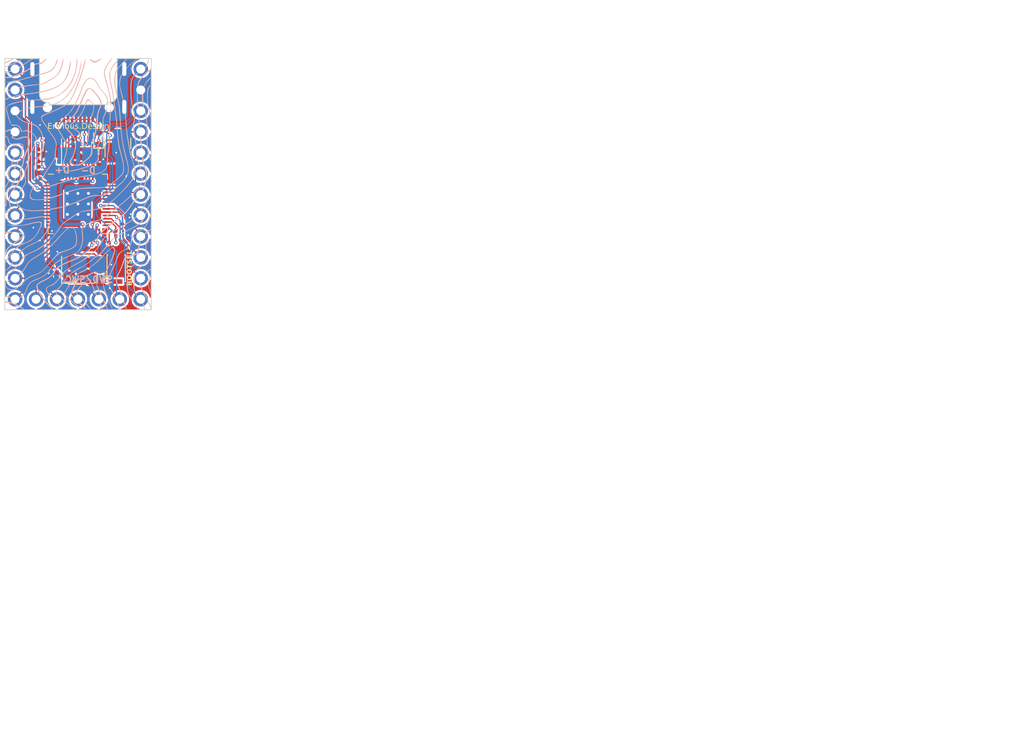
<source format=kicad_pcb>
(kicad_pcb (version 20221018) (generator pcbnew)
  (title_block (title "Env Open Pico") (date "2021-09-14") (rev "REV1") (company "Envious.Design"))
  (layers (0 "F.Cu" signal) (31 "B.Cu" signal) (34 "B.Paste" user) (35 "F.Paste" user) (36 "B.SilkS" user "B.Silkscreen") (37 "F.SilkS" user "F.Silkscreen") (38 "B.Mask" user) (39 "F.Mask" user) (44 "Edge.Cuts" user))
  (net 0 "")
  (net 1 "GND")
  (net 2 "VBUS")
  (net 3 "+1V1")
  (net 4 "/~{USB_BOOT}")
  (net 5 "/GPIO15")
  (net 6 "/GPIO14")
  (net 7 "/GPIO13")
  (net 8 "/GPIO12")
  (net 9 "/GPIO10")
  (net 10 "/GPIO9")
  (net 11 "/GPIO8")
  (net 12 "/GPIO7")
  (net 13 "/GPIO6")
  (net 14 "/GPIO5")
  (net 15 "/GPIO4")
  (net 16 "/GPIO3")
  (net 17 "/GPIO2")
  (net 18 "/GPIO1")
  (net 19 "/GPIO0")
  (net 20 "/GPIO25")
  (net 21 "/GPIO22")
  (net 22 "/GPIO21")
  (net 23 "/GPIO20")
  (net 24 "/GPIO19")
  (net 25 "/GPIO18")
  (net 26 "/GPIO17")
  (net 27 "/GPIO16")
  (net 28 "/RUN")
  (net 29 "/SWD")
  (net 30 "/SWCLK")
  (net 31 "/QSPI_SS")
  (net 32 "Net-(U3-XIN)")
  (net 33 "Net-(GPIO25_LED1-A)")
  (net 34 "/QSPI_SD3")
  (net 35 "/QSPI_SCLK")
  (net 36 "/QSPI_SD0")
  (net 37 "/QSPI_SD2")
  (net 38 "/QSPI_SD1")
  (net 39 "Net-(U3-USB_DP)")
  (net 40 "Net-(U3-USB_DM)")
  (net 41 "USB_D+")
  (net 42 "USB_D-")
  (net 43 "+3V3")
  (net 44 "Net-(C2-Pad1)")
  (net 45 "Net-(USB1-CC1)")
  (net 46 "/GPIO23")
  (net 47 "/GPIO11")
  (net 48 "/GPIO29_ADC3")
  (net 49 "/GPIO28_ADC2")
  (net 50 "/GPIO27_ADC1")
  (net 51 "/GPIO26_ADC0")
  (net 52 "/GPIO24")
  (net 53 "Net-(USB1-CC2)")
  (net 54 "Net-(U3-XOUT)")
  (net 55 "VSYS")
  (footprint "RP2040_minimal:RP2040-QFN-56" (layer "F.Cu") (at 39.7 43.675)
    (fp_text reference "U3")
    (fp_text value "RP2040")
  )
  (footprint "Keebio-Parts:Elite-C" (layer "F.Cu") (at 39.7 41.275 -90)
    (fp_text reference "U2" hide)
    (fp_text value "Elite-C" hide)
  )
  (footprint "josh-connectors:USB_C_TYPE-C-31-M-14" (layer "F.Cu") (at 39.75 30.325 180)
    (fp_text reference "USB1")
    (fp_text value "TYPE-C-31-M-14")
    (fp_line (start -4.70304 4.296872) (end -4.70304 -0.103128) (stroke (width 0.1)) (layer "Edge.Cuts"))
    (fp_line (start -3.2 -1.3) (end 3.2 -1.3) (stroke (width 0.1)) (layer "Edge.Cuts"))
    (fp_line (start 4.70304 4.296872) (end 4.70304 -0.103128) (stroke (width 0.1)) (layer "Edge.Cuts"))
    (fp_arc (start -4.70304 -0.103128) (mid -4.439436 -0.739524) (end -3.80304 -1.003128) (stroke (width 0.1)) (layer "Edge.Cuts"))
    (fp_arc (start -3.532782 -1.121938) (mid -3.657195 -1.038158) (end -3.80304 -1.003128) (stroke (width 0.1)) (layer "Edge.Cuts"))
    (fp_arc (start -3.532782 -1.121938) (mid -3.388713 -1.252687) (end -3.2 -1.3) (stroke (width 0.1)) (layer "Edge.Cuts"))
    (fp_arc (start 3.2 -1.3) (mid 3.388713 -1.252686) (end 3.532782 -1.121938) (stroke (width 0.1)) (layer "Edge.Cuts"))
    (fp_arc (start 3.80304 -1.003128) (mid 3.657198 -1.03816) (end 3.532782 -1.121938) (stroke (width 0.1)) (layer "Edge.Cuts"))
    (fp_arc (start 3.80304 -1.003128) (mid 4.439435 -0.739524) (end 4.70304 -0.103128) (stroke (width 0.1)) (layer "Edge.Cuts"))
  )
  (footprint "Capacitor_SMD:C_0201_0603Metric" (layer "F.Cu") (at 34.375 45.22 -90)
    (fp_text reference "C8")
    (fp_text value "100nf 0201")
  )
  (footprint "Resistor_SMD:R_0201_0603Metric" (layer "F.Cu") (at 44.6 43.175 180)
    (fp_text reference "GPIO25_RESISTOR1")
    (fp_text value "1K 0201")
  )
  (footprint "Resistor_SMD:R_0201_0603Metric" (layer "F.Cu") (at 43.175 48.375 180)
    (fp_text reference "R102")
    (fp_text value "10k 0201")
  )
  (footprint "Package_TO_SOT_SMD:SOT-23" (layer "F.Cu") (at 44.55 36.325 90)
    (fp_text reference "U1")
    (fp_text value "ZL6201A33S3")
  )
  (footprint "Capacitor_SMD:C_0201_0603Metric" (layer "F.Cu") (at 43.125 38.85 90)
    (fp_text reference "C4")
    (fp_text value "1uf 0201")
  )
  (footprint "Crystal:Crystal_SMD_3225-4Pin_3.2x2.5mm" (layer "F.Cu") (at 39.725 51.65)
    (fp_text reference "Y1")
    (fp_text value "3225-4P 12MHz")
  )
  (footprint "Capacitor_SMD:C_0201_0603Metric" (layer "F.Cu") (at 42.2 37.41)
    (fp_text reference "C1")
    (fp_text value "1uf 0201")
  )
  (footprint "Capacitor_SMD:C_0201_0603Metric" (layer "F.Cu") (at 41.53 38.66 90)
    (fp_text reference "C3")
    (fp_text value "1uf 0201")
  )
  (footprint "Capacitor_SMD:C_0201_0603Metric" (layer "F.Cu") (at 44.6 40.175)
    (fp_text reference "C16")
    (fp_text value "100nf 0201")
  )
  (footprint "Resistor_SMD:R_0201_0603Metric" (layer "F.Cu") (at 40.8 36.73 -90)
    (fp_text reference "R4")
    (fp_text value "27r 0201")
  )
  (footprint "Capacitor_SMD:C_0201_0603Metric" (layer "F.Cu") (at 40.6 48.675 -90)
    (fp_text reference "C7")
    (fp_text value "100nf 0201")
  )
  (footprint "Capacitor_SMD:C_0201_0603Metric" (layer "F.Cu") (at 45.325 46.35 -45)
    (fp_text reference "C11")
    (fp_text value "100nf 0201")
  )
  (footprint "Capacitor_SMD:C_0201_0603Metric" (layer "F.Cu") (at 39.825 48.6 -90)
    (fp_text reference "C18")
    (fp_text value "100nf 0201")
  )
  (footprint "Capacitor_SMD:C_0402_1005Metric" (layer "F.Cu") (at 42.4 52.325 -90)
    (fp_text reference "C2")
    (fp_text value "22pF 0402")
  )
  (footprint "Capacitor_SMD:C_0201_0603Metric" (layer "F.Cu") (at 34.925 38.85 90)
    (fp_text reference "R2")
    (fp_text value "10K 0201")
  )
  (footprint "Resistor_SMD:R_0201_0603Metric" (layer "F.Cu") (at 40.04 36.73 -90)
    (fp_text reference "R3")
    (fp_text value "27r 0201")
  )
  (footprint "Resistor_SMD:R_0201_0603Metric" (layer "F.Cu") (at 39.16 35.26 90)
    (fp_text reference "R6")
    (fp_text value "5.1K 0201")
  )
  (footprint "Capacitor_SMD:C_0201_0603Metric" (layer "F.Cu") (at 42.25 50.625 90)
    (fp_text reference "R7")
    (fp_text value "1K 0201")
  )
  (footprint "Capacitor_SMD:C_0201_0603Metric" (layer "F.Cu") (at 40.06 38.475 90)
    (fp_text reference "C13")
    (fp_text value "100nf 0201")
  )
  (footprint "Diode_SMD:D_SOD-523" (layer "F.Cu") (at 42.21 35.76 90)
    (fp_text reference "D1")
    (fp_text value "SOD-523 General")
  )
  (footprint "Capacitor_SMD:C_0201_0603Metric" (layer "F.Cu") (at 35.125 40.275 90)
    (fp_text reference "C15")
    (fp_text value "100nf 0201")
  )
  (footprint "Package_SON:SON-8-1EP_3x2mm_P0.5mm_EP1.4x1.6mm" (layer "F.Cu") (at 36.6 37.25 90)
    (fp_text reference "FLASH1")
    (fp_text value "W25Q16JVUXIQ")
  )
  (footprint "LED_SMD:LED_0201_0603Metric" (layer "F.Cu") (at 45.475 44.3 135)
    (fp_text reference "GPIO25_LED1")
    (fp_text value "LED 0201")
  )
  (footprint "Capacitor_SMD:C_0402_1005Metric" (layer "F.Cu") (at 37.1 52.475 -90)
    (fp_text reference "C19")
    (fp_text value "22pf 0402")
  )
  (footprint "Resistor_SMD:R_0201_0603Metric" (layer "F.Cu") (at 44.3 47.275 90)
    (fp_text reference "R101")
    (fp_text value "5.6k 0201")
  )
  (footprint "Resistor_SMD:R_0201_0603Metric" (layer "F.Cu") (at 41.043 35.235 90)
    (fp_text reference "R5")
    (fp_text value "5.1K 0201")
  )
  (footprint "Capacitor_SMD:C_0201_0603Metric" (layer "F.Cu") (at 34.927 37.388685 90)
    (fp_text reference "R1")
    (fp_text value "1K 0201")
  )
  (footprint "Button_Switch_SMD:SW_SPST_CK_KXT3" (layer "F.Cu") (at 44.35 51.475 90)
    (fp_text reference "J2")
    (fp_text value "Button")
  )
  (footprint "Capacitor_SMD:C_0201_0603Metric" (layer "F.Cu") (at 39.275 38.35 90)
    (fp_text reference "C6")
    (fp_text value "100nf 0201")
  )
  (footprint "Capacitor_SMD:C_0201_0603Metric" (layer "F.Cu") (at 44.6 40.95)
    (fp_text reference "C14")
    (fp_text value "100nf 0201")
  )
  (footprint "Capacitor_SMD:C_0201_0603Metric" (layer "F.Cu") (at 42.32 38.58 90)
    (fp_text reference "C10")
    (fp_text value "1uf 0201")
  )
  (footprint "Capacitor_SMD:C_0201_0603Metric" (layer "F.Cu") (at 35.593 35.027)
    (fp_text reference "C5")
    (fp_text value "100nf 0201")
  )
  (footprint "EnvExtras:CustomTestPoint" (layer "B.Cu") (at 39.775 51.025)
    (fp_text reference "TP101")
    (fp_text value "TestPoint")
  )
  (footprint "EnvExtras:CustomTestPoint" (layer "B.Cu") (at 41.225 37.8 90)
    (fp_text reference "TP2")
    (fp_text value "TestPoint")
  )
  (footprint "EnvExtras:CustomTestPoint" (layer "B.Cu") (at 42.125 51.025)
    (fp_text reference "TP103")
    (fp_text value "TestPoint")
  )
  (footprint "EnvExtras:CustomTestPoint" (layer "B.Cu") (at 38.225 37.8 90)
    (fp_text reference "TP1")
    (fp_text value "TestPoint")
  )
  (footprint "EnvExtras:pattern" (layer "B.Cu") (at 39.7 41.275 180)
    (fp_text reference "G***")
    (fp_text value "LOGO" hide)
  )
  (gr_line (start 48.6 56.525) (end 30.825 56.525) (stroke (width 0.1)) (layer "Edge.Cuts"))
  (gr_line (start 44.45304 26.028128) (end 48.6 26.025) (stroke (width 0.1)) (layer "Edge.Cuts"))
  (gr_line (start 30.825 56.525) (end 30.825 26.025) (stroke (width 0.1)) (layer "Edge.Cuts"))
  (gr_line (start 30.825 26.025) (end 35.04696 26.028128) (stroke (width 0.1)) (layer "Edge.Cuts"))
  (gr_line (start 48.6 26.025) (end 48.6 56.525) (stroke (width 0.1)) (layer "Edge.Cuts"))
  (gr_text "SWD/SWC" (at 41.05 52.85) (layer "B.SilkS") (effects (font (size 0.8 0.8) (thickness 0.153)) (justify mirror)))
  (gr_text "D+" (at 37.8 39.55) (layer "B.SilkS") (effects (font (size 0.8 0.8) (thickness 0.153)) (justify mirror)))
  (gr_text "D-" (at 40.95 39.6) (layer "B.SilkS") (effects (font (size 0.8 0.8) (thickness 0.153)) (justify mirror)))
  (gr_text "BOOTSEL" (at 45.975 51.45 90) (layer "F.SilkS") (effects (font (size 0.6 0.6) (thickness 0.15) bold)))
  (gr_text "Envious.Design" (at 39.75 34.275) (layer "F.SilkS") (effects (font (size 0.7 0.7) (thickness 0.1))))
  (segment (start 39.630005 37.674995) (end 39.275 38.03) (width 0.15) (layer "F.Cu") (net 1))
  (segment (start 41.723137 38.26) (end 42.32 38.26) (width 0.15) (layer "F.Cu") (net 1))
  (segment (start 43.77 37.495) (end 43.7375 37.4625) (width 0.15) (layer "F.Cu") (net 1))
  (segment (start 37.569974 49.475) (end 38.7 48.344974) (width 0.15) (layer "F.Cu") (net 1))
  (segment (start 43.7375 37.4625) (end 44.3375 37.4625) (width 0.15) (layer "F.Cu") (net 1))
  (segment (start 39.741825 37.674995) (end 39.630005 37.674995) (width 0.15) (layer "F.Cu") (net 1))
  (segment (start 44.3375 37.4625) (end 44.35 37.45) (width 0.15) (layer "F.Cu") (net 1))
  (segment (start 45.701274 45.076274) (end 45.95 45.325) (width 0.15) (layer "F.Cu") (net 1))
  (segment (start 42.79 38.26) (end 42.855 38.26) (width 0.15) (layer "F.Cu") (net 1))
  (segment (start 43.6 37.2625) (end 43.7375 37.4) (width 0.15) (layer "F.Cu") (net 1))
  (segment (start 43.125 38.53) (end 43.6 38.055) (width 0.15) (layer "F.Cu") (net 1))
  (segment (start 43.7375 37.4) (end 43.7375 37.4625) (width 0.15) (layer "F.Cu") (net 1))
  (segment (start 37.2 49.475) (end 37.569974 49.475) (width 0.15) (layer "F.Cu") (net 1))
  (segment (start 42.52 37.41) (end 42.52 37.777158) (width 0.15) (layer "F.Cu") (net 1))
  (segment (start 42.32 38.26) (end 42.79 38.26) (width 0.15) (layer "F.Cu") (net 1))
  (segment (start 41.425 36.25) (end 41.425 35.937) (width 0.15) (layer "F.Cu") (net 1))
  (segment (start 39.275 38.03) (end 39.12346 37.87846) (width 0.15) (layer "F.Cu") (net 1))
  (segment (start 38.7 48.344974) (end 38.7 47.1125) (width 0.15) (layer "F.Cu") (net 1))
  (segment (start 43.6 38.055) (end 43.6 37.2625) (width 0.15) (layer "F.Cu") (net 1))
  (segment (start 42.855 38.26) (end 43.125 38.53) (width 0.15) (layer "F.Cu") (net 1))
  (segment (start 39.12346 37.87846) (end 39.12346 36.375137) (width 0.15) (layer "F.Cu") (net 1))
  (segment (start 37.35 38.5375) (end 37.35 38) (width 0.15) (layer "F.Cu") (net 1))
  (segment (start 45.701274 44.526274) (end 45.701274 45.076274) (width 0.15) (layer "F.Cu") (net 1))
  (via (at 36.55 46.95) (size 0.4) (drill 0.2) (layers "F.Cu" "B.Cu") (net 1))
  (via (at 37.2 49.475) (size 0.4) (drill 0.2) (layers "F.Cu" "B.Cu") (net 1))
  (via (at 35.1 48.1) (size 0.4) (drill 0.2) (layers "F.Cu" "B.Cu") (net 1))
  (via (at 42.79 38.26) (size 0.4) (drill 0.2) (layers "F.Cu" "B.Cu") (net 1))
  (via (at 43.55 53.9) (size 0.4) (drill 0.2) (layers "F.Cu" "B.Cu") (net 1))
  (via (at 36.175 52.1) (size 0.4) (drill 0.2) (layers "F.Cu" "B.Cu") (net 1))
  (via (at 35.875 37.325) (size 0.4) (drill 0.2) (layers "F.Cu" "B.Cu") (net 1))
  (via (at 34.475 40.625) (size 0.4) (drill 0.2) (layers "F.Cu" "B.Cu") (net 1))
  (via (at 44.35 37.45) (size 0.4) (drill 0.2) (layers "F.Cu" "B.Cu") (net 1))
  (via (at 34.3 46.55) (size 0.4) (drill 0.2) (layers "F.Cu" "B.Cu") (net 1))
  (via (at 43.75 51.05) (size 0.4) (drill 0.2) (layers "F.Cu" "B.Cu") (net 1))
  (via (at 45.563513 40.3) (size 0.4) (drill 0.2) (layers "F.Cu" "B.Cu") (net 1))
  (via (at 45.8 47.45) (size 0.4) (drill 0.2) (layers "F.Cu" "B.Cu") (net 1))
  (via (at 45.95 45.325) (size 0.4) (drill 0.2) (layers "F.Cu" "B.Cu") (net 1))
  (via (at 39.349 36.193) (size 0.4) (drill 0.2) (layers "F.Cu" "B.Cu") (net 1))
  (via (at 35.1 34.1) (size 0.4) (drill 0.2) (layers "F.Cu" "B.Cu") (net 1))
  (via (at 41.425 36.25) (size 0.4) (drill 0.2) (layers "F.Cu" "B.Cu") (net 1))
  (arc (start 37.35 38) (mid 37.13033 37.46967) (end 36.6 37.25) (width 0.15) (layer "F.Cu") (net 1))
  (arc (start 41.53 38.34) (mid 41.618612 38.280791) (end 41.723137 38.26) (width 0.15) (layer "F.Cu") (net 1))
  (arc (start 40.06 38.155) (mid 39.97287 37.86777) (end 39.741825 37.674995) (width 0.15) (layer "F.Cu") (net 1))
  (arc (start 41.425 35.937) (mid 41.313115 35.666885) (end 41.043 35.555) (width 0.15) (layer "F.Cu") (net 1))
  (arc (start 39.12346 36.375137) (mid 39.204993 36.244527) (end 39.349 36.193) (width 0.15) (layer "F.Cu") (net 1))
  (arc (start 42.52 37.777158) (mid 42.468021 38.03847) (end 42.32 38.26) (width 0.15) (layer "F.Cu") (net 1))
  (segment (start 43.204569 34.929569) (end 42.319342 34.929569) (width 0.15) (layer "F.Cu") (net 2))
  (segment (start 37.3 34.16) (end 37.3 33.185) (width 0.15) (layer "F.Cu") (net 2))
  (segment (start 42.21 34.18) (end 42.21 33.195) (width 0.15) (layer "F.Cu") (net 2))
  (segment (start 42.21 35.06) (end 42.21 34.18) (width 0.15) (layer "F.Cu") (net 2))
  (segment (start 42.21 34.18) (end 42.19 34.16) (width 0.15) (layer "F.Cu") (net 2))
  (segment (start 43.6245 35.3495) (end 43.204569 34.929569) (width 0.15) (layer "F.Cu") (net 2))
  (segment (start 44.3 47.595) (end 44.3 48.375) (width 0.15) (layer "F.Cu") (net 2))
  (segment (start 42.2 33.185) (end 42.2 35.05) (width 0.15) (layer "F.Cu") (net 2))
  (via (at 37.3 34.16) (size 0.4) (drill 0.2) (layers "F.Cu" "B.Cu") (net 2))
  (via (at 42.19 34.16) (size 0.4) (drill 0.2) (layers "F.Cu" "B.Cu") (net 2))
  (via (at 43.6245 35.3495) (size 0.4) (drill 0.2) (layers "F.Cu" "B.Cu") (net 2))
  (via (at 44.3 48.375) (size 0.4) (drill 0.2) (layers "F.Cu" "B.Cu") (net 2))
  (arc (start 42.319342 34.929569) (mid 42.241147 34.975572) (end 42.21 35.06) (width 0.15) (layer "F.Cu") (net 2))
  (segment (start 38.065 33.425) (end 37.33 34.16) (width 0.15) (layer "B.Cu") (net 2))
  (segment (start 43.6245 35.3495) (end 43.5 35.474) (width 0.15) (layer "B.Cu") (net 2))
  (segment (start 41.94 43.731201) (end 41.94 45.04) (width 0.15) (layer "B.Cu") (net 2))
  (segment (start 43.5 37.8) (end 43.905 38.205) (width 0.15) (layer "B.Cu") (net 2))
  (segment (start 42.19 34.16) (end 41.455 33.425) (width 0.15) (layer "B.Cu") (net 2))
  (segment (start 43.905 41.766201) (end 41.94 43.731201) (width 0.15) (layer "B.Cu") (net 2))
  (segment (start 41.94 45.04) (end 44.3 47.4) (width 0.15) (layer "B.Cu") (net 2))
  (segment (start 43.5 35.474) (end 43.5 37.8) (width 0.15) (layer "B.Cu") (net 2))
  (segment (start 43.905 38.205) (end 43.905 41.766201) (width 0.15) (layer "B.Cu") (net 2))
  (segment (start 41.455 33.425) (end 38.065 33.425) (width 0.15) (layer "B.Cu") (net 2))
  (segment (start 37.33 34.16) (end 37.3 34.19) (width 0.15) (layer "B.Cu") (net 2))
  (segment (start 44.3 47.4) (end 44.3 48.375) (width 0.15) (layer "B.Cu") (net 2))
  (segment (start 37.3 34.19) (end 37.3 34.16) (width 0.15) (layer "B.Cu") (net 2))
  (segment (start 40.3 48.055) (end 40.3 47.1125) (width 0.15) (layer "F.Cu") (net 3))
  (segment (start 39.5 40.2375) (end 39.5 40.907047) (width 0.15) (layer "F.Cu") (net 3))
  (segment (start 39.5 39.245104) (end 39.275 39.020104) (width 0.15) (layer "F.Cu") (net 3))
  (segment (start 40.294 46.138) (end 40.3 46.144) (width 0.15) (layer "F.Cu") (net 3))
  (segment (start 41.5 40.2375) (end 41.5 39.01) (width 0.15) (layer "F.Cu") (net 3))
  (segment (start 40.3 46.144) (end 40.3 47.1125) (width 0.15) (layer "F.Cu") (net 3))
  (segment (start 41.5 40.2375) (end 41.5 40.94) (width 0.15) (layer "F.Cu") (net 3))
  (segment (start 41.5 40.2375) (end 41.5 40.907047) (width 0.15) (layer "F.Cu") (net 3))
  (segment (start 39.275 39.020104) (end 39.275 38.67) (width 0.15) (layer "F.Cu") (net 3))
  (segment (start 40.6 48.355) (end 40.3 48.055) (width 0.15) (layer "F.Cu") (net 3))
  (segment (start 39.5 40.2375) (end 39.5 39.245104) (width 0.15) (layer "F.Cu") (net 3))
  (via (at 40.294 46.138) (size 0.4) (drill 0.2) (layers "F.Cu" "B.Cu") (net 3))
  (via (at 39.5 40.907047) (size 0.4) (drill 0.2) (layers "F.Cu" "B.Cu") (net 3))
  (via (at 41.5 40.907047) (size 0.4) (drill 0.2) (layers "F.Cu" "B.Cu") (net 3))
  (segment (start 37.6 41.8) (end 37.6 45.326) (width 0.4) (layer "B.Cu") (net 3))
  (segment (start 38.412 46.138) (end 40.294 46.138) (width 0.4) (layer "B.Cu") (net 3))
  (segment (start 39.5 40.907047) (end 38.492953 40.907047) (width 0.4) (layer "B.Cu") (net 3))
  (segment (start 41.5 40.907047) (end 39.5 40.907047) (width 0.4) (layer "B.Cu") (net 3))
  (arc (start 37.6 45.326) (mid 37.837829 45.900171) (end 38.412 46.138) (width 0.4) (layer "B.Cu") (net 3))
  (arc (start 38.492953 40.907047) (mid 37.86154 41.168587) (end 37.6 41.8) (width 0.4) (layer "B.Cu") (net 3))
  (segment (start 34.927 37.068685) (end 34.927 36.402) (width 0.15) (layer "F.Cu") (net 4))
  (segment (start 44.26 53.01) (end 44.35 53.1) (width 0.15) (layer "F.Cu") (net 4))
  (segment (start 34.927 36.402) (end 34.85 36.325) (width 0.15) (layer "F.Cu") (net 4))
  (segment (start 43.2 53.01) (end 44.26 53.01) (width 0.15) (layer "F.Cu") (net 4))
  (via (at 43.2 53.01) (size 0.4) (drill 0.2) (layers "F.Cu" "B.Cu") (net 4))
  (via (at 34.85 36.325) (size 0.4) (drill 0.2) (layers "F.Cu" "B.Cu") (net 4))
  (segment (start 38.25 52.85) (end 36.407107 51.007107) (width 0.15) (layer "B.Cu") (net 4))
  (segment (start 35.95 49.903554) (end 35.95 41.749264) (width 0.15) (layer "B.Cu") (net 4))
  (segment (start 34.725 39.622703) (end 34.725 36.45) (width 0.15) (layer "B.Cu") (net 4))
  (segment (start 34.725 36.45) (end 34.85 36.325) (width 0.15) (layer "B.Cu") (net 4))
  (segment (start 35.65 41.025) (end 35.0625 40.4375) (width 0.15) (layer "B.Cu") (net 4))
  (segment (start 42.585786 53.325) (end 39.396751 53.325) (width 0.15) (layer "B.Cu") (net 4))
  (segment (start 43.2 53.067852) (end 43.058489 53.209363) (width 0.15) (layer "B.Cu") (net 4))
  (segment (start 43.2 53.01) (end 43.2 53.067852) (width 0.15) (layer "B.Cu") (net 4))
  (arc (start 35.0625 40.4375) (mid 34.812713 40.063668) (end 34.725 39.622703) (width 0.15) (layer "B.Cu") (net 4))
  (arc (start 43.058489 53.209363) (mid 42.828768 53.295034) (end 42.585786 53.325) (width 0.15) (layer "B.Cu") (net 4))
  (arc (start 39.396751 53.325) (mid 38.776134 53.201552) (end 38.25 52.85) (width 0.15) (layer "B.Cu") (net 4))
  (arc (start 36.407107 51.007107) (mid 36.068798 50.500792) (end 35.95 49.903554) (width 0.15) (layer "B.Cu") (net 4))
  (arc (start 35.95 41.749264) (mid 35.872033 41.357295) (end 35.65 41.025) (width 0.15) (layer "B.Cu") (net 4))
  (segment (start 38.3 48.25) (end 38.3 47.1125) (width 0.15) (layer "F.Cu") (net 5))
  (segment (start 40.57 53.575) (end 36.448528 53.575) (width 0.15) (layer "F.Cu") (net 5))
  (segment (start 42.24 55.245) (end 40.57 53.575) (width 0.15) (layer "F.Cu") (net 5))
  (segment (start 36.448528 53.575) (end 35.525 52.651472) (width 0.15) (layer "F.Cu") (net 5))
  (segment (start 37.875 48.675) (end 38.3 48.25) (width 0.15) (layer "F.Cu") (net 5))
  (segment (start 35.525 50.375) (end 37.225 48.675) (width 0.15) (layer "F.Cu") (net 5))
  (segment (start 35.525 52.651472) (end 35.525 50.375) (width 0.15) (layer "F.Cu") (net 5))
  (segment (start 37.225 48.675) (end 37.875 48.675) (width 0.15) (layer "F.Cu") (net 5))
  (segment (start 35.225 52.775736) (end 35.225 50.109315) (width 0.15) (layer "F.Cu") (net 6))
  (segment (start 38.33 53.875) (end 36.324264 53.875) (width 0.15) (layer "F.Cu") (net 6))
  (segment (start 39.7 55.245) (end 38.33 53.875) (width 0.15) (layer "F.Cu") (net 6))
  (segment (start 37.9 48.084314) (end 37.9 47.1125) (width 0.15) (layer "F.Cu") (net 6))
  (segment (start 36.324264 53.875) (end 35.225 52.775736) (width 0.15) (layer "F.Cu") (net 6))
  (segment (start 37.709314 48.275) (end 37.9 48.084314) (width 0.15) (layer "F.Cu") (net 6))
  (segment (start 35.225 50.109315) (end 37.059315 48.275) (width 0.15) (layer "F.Cu") (net 6))
  (segment (start 37.059315 48.275) (end 37.709314 48.275) (width 0.15) (layer "F.Cu") (net 6))
  (segment (start 37.16 55.135) (end 34.925 52.9) (width 0.15) (layer "F.Cu") (net 7))
  (segment (start 37.16 55.245) (end 37.16 55.135) (width 0.15) (layer "F.Cu") (net 7))
  (segment (start 34.925 52.9) (end 34.925 49.84363) (width 0.15) (layer "F.Cu") (net 7))
  (segment (start 36.89363 47.875) (end 37.4 47.875) (width 0.15) (layer "F.Cu") (net 7))
  (segment (start 37.4 47.875) (end 37.5 47.775) (width 0.15) (layer "F.Cu") (net 7))
  (segment (start 34.925 49.84363) (end 36.89363 47.875) (width 0.15) (layer "F.Cu") (net 7))
  (segment (start 37.5 47.775) (end 37.5 47.1125) (width 0.15) (layer "F.Cu") (net 7))
  (segment (start 34.625 49.577944) (end 37.090444 47.1125) (width 0.15) (layer "F.Cu") (net 8))
  (segment (start 34.625 55.24) (end 34.625 49.577944) (width 0.15) (layer "F.Cu") (net 8))
  (segment (start 34.62 55.245) (end 34.625 55.24) (width 0.15) (layer "F.Cu") (net 8))
  (segment (start 35.2 45.85) (end 35.575 45.475) (width 0.15) (layer "F.Cu") (net 10))
  (segment (start 35.2 47.074264) (end 35.2 45.85) (width 0.15) (layer "F.Cu") (net 10))
  (segment (start 34.325 53) (end 34.325 47.949264) (width 0.15) (layer "F.Cu") (net 10))
  (segment (start 35.575 45.475) (end 36.2625 45.475) (width 0.15) (layer "F.Cu") (net 10))
  (segment (start 32.08 55.245) (end 34.325 53) (width 0.15) (layer "F.Cu") (net 10))
  (segment (start 34.325 47.949264) (end 35.2 47.074264) (width 0.15) (layer "F.Cu") (net 10))
  (segment (start 34.8 47.05) (end 34.8 45.584314) (width 0.15) (layer "F.Cu") (net 11))
  (segment (start 32.08 52.705) (end 33.53 52.705) (width 0.15) (layer "F.Cu") (net 11))
  (segment (start 35.309314 45.075) (end 36.2625 45.075) (width 0.15) (layer "F.Cu") (net 11))
  (segment (start 34.025 47.825) (end 34.8 47.05) (width 0.15) (layer "F.Cu") (net 11))
  (segment (start 33.53 52.705) (end 34.025 52.21) (width 0.15) (layer "F.Cu") (net 11))
  (segment (start 34.8 45.584314) (end 35.309314 45.075) (width 0.15) (layer "F.Cu") (net 11))
  (segment (start 34.025 52.21) (end 34.025 47.825) (width 0.15) (layer "F.Cu") (net 11))
  (segment (start 33.375 48.87) (end 33.375 46.340686) (width 0.15) (layer "F.Cu") (net 12))
  (segment (start 33.8 44.490686) (end 34.015686 44.275) (width 0.15) (layer "F.Cu") (net 12))
  (segment (start 33.375 46.340686) (end 33.8 45.915686) (width 0.15) (layer "F.Cu") (net 12))
  (segment (start 34.015686 44.275) (end 36.2625 44.275) (width 0.15) (layer "F.Cu") (net 12))
  (segment (start 32.08 50.165) (end 33.375 48.87) (width 0.15) (layer "F.Cu") (net 12))
  (segment (start 33.8 45.915686) (end 33.8 44.490686) (width 0.15) (layer "F.Cu") (net 12))
  (segment (start 33.4 44.325) (end 33.85 43.875) (width 0.15) (layer "F.Cu") (net 13))
  (segment (start 33.4 45.75) (end 33.4 44.325) (width 0.15) (layer "F.Cu") (net 13))
  (segment (start 32.08 47.07) (end 33.4 45.75) (width 0.15) (layer "F.Cu") (net 13))
  (segment (start 33.85 43.875) (end 36.2625 43.875) (width 0.15) (layer "F.Cu") (net 13))
  (segment (start 33.15 43.475) (end 36.2625 43.475) (width 0.15) (layer "F.Cu") (net 14))
  (segment (start 32.08 44.545) (end 33.15 43.475) (width 0.15) (layer "F.Cu") (net 14))
  (segment (start 36.2625 43.075) (end 32.61 43.075) (width 0.15) (layer "F.Cu") (net 15))
  (segment (start 36.2625 42.675) (end 34.425 42.675) (width 0.15) (layer "F.Cu") (net 16))
  (segment (start 34.425 42.675) (end 32.08 40.33) (width 0.15) (layer "F.Cu") (net 16))
  (segment (start 34.590686 42.275) (end 36.2625 42.275) (width 0.15) (layer "F.Cu") (net 17))
  (segment (start 33.55 41.234314) (end 34.590686 42.275) (width 0.15) (layer "F.Cu") (net 17))
  (segment (start 33.55 38.935) (end 33.55 41.234314) (width 0.15) (layer "F.Cu") (net 17))
  (segment (start 32.08 37.465) (end 33.55 38.935) (width 0.15) (layer "F.Cu") (net 17))
  (segment (start 36.2625 41.875) (end 34.897086 41.875) (width 0.15) (layer "F.Cu") (net 18))
  (segment (start 34.897086 41.875) (end 34.786043 41.763957) (width 0.15) (layer "F.Cu") (net 18))
  (via (at 34.786043 41.763957) (size 0.4) (drill 0.2) (layers "F.Cu" "B.Cu") (net 18))
  (segment (start 33.8 40.777914) (end 33.8 33.85) (width 0.15) (layer "B.Cu") (net 18))
  (segment (start 34.786043 41.763957) (end 33.8 40.777914) (width 0.15) (layer "B.Cu") (net 18))
  (segment (start 33.325 33.375) (end 33.325 31.09) (width 0.15) (layer "B.Cu") (net 18))
  (segment (start 33.8 33.85) (end 33.325 33.375) (width 0.15) (layer "B.Cu") (net 18))
  (segment (start 33.325 31.09) (end 32.08 29.845) (width 0.15) (layer "B.Cu") (net 18))
  (segment (start 36.2625 41.475) (end 35.126412 41.475) (width 0.15) (layer "F.Cu") (net 19))
  (segment (start 34.876412 41.225) (end 34.25 41.225) (width 0.15) (layer "F.Cu") (net 19))
  (segment (start 35.126412 41.475) (end 34.876412 41.225) (width 0.15) (layer "F.Cu") (net 19))
  (segment (start 33.95 40.925) (end 33.95 33.6) (width 0.15) (layer "F.Cu") (net 19))
  (segment (start 33.35 33) (end 33.35 28.575) (width 0.15) (layer "F.Cu") (net 19))
  (segment (start 33.95 33.6) (end 33.35 33) (width 0.15) (layer "F.Cu") (net 19))
  (segment (start 33.35 28.575) (end 32.08 27.305) (width 0.15) (layer "F.Cu") (net 19))
  (segment (start 34.25 41.225) (end 33.95 40.925) (width 0.15) (layer "F.Cu") (net 19))
  (segment (start 43.1375 43.075) (end 44.18 43.075) (width 0.15) (layer "F.Cu") (net 20))
  (segment (start 45.398726 45.024462) (end 45.398726 45.423726) (width 0.15) (layer "F.Cu") (net 21))
  (segment (start 47.32 47.345) (end 47.32 47.625) (width 0.15) (layer "F.Cu") (net 21))
  (segment (start 43.1375 44.275) (end 44.649264 44.275) (width 0.15) (layer "F.Cu") (net 21))
  (segment (start 45.398726 45.423726) (end 47.32 47.345) (width 0.15) (layer "F.Cu") (net 21))
  (segment (start 44.649264 44.275) (end 45.398726 45.024462) (width 0.15) (layer "F.Cu") (net 21))
  (segment (start 44.2 45.075) (end 44.4 45.275) (width 0.15) (layer "F.Cu") (net 22))
  (segment (start 43.1375 45.075) (end 44.2 45.075) (width 0.15) (layer "F.Cu") (net 22))
  (via (at 44.4 45.275) (size 0.4) (drill 0.2) (layers "F.Cu" "B.Cu") (net 22))
  (segment (start 44.83 45.705) (end 44.83 47.955) (width 0.15) (layer "B.Cu") (net 22))
  (segment (start 44.83 47.955) (end 45.375 48.5) (width 0.15) (layer "B.Cu") (net 22))
  (segment (start 45.375 53.3) (end 47.32 55.245) (width 0.15) (layer "B.Cu") (net 22))
  (segment (start 45.375 48.5) (end 45.375 53.3) (width 0.15) (layer "B.Cu") (net 22))
  (segment (start 44.4 45.275) (end 44.83 45.705) (width 0.15) (layer "B.Cu") (net 22))
  (segment (start 43.1375 45.475) (end 43.743934 45.475) (width 0.15) (layer "F.Cu") (net 23))
  (segment (start 45.2 46.931066) (end 45.2 48.045) (width 0.15) (layer "F.Cu") (net 23))
  (segment (start 45.2 48.045) (end 47.32 50.165) (width 0.15) (layer "F.Cu") (net 23))
  (segment (start 43.743934 45.475) (end 45.2 46.931066) (width 0.15) (layer "F.Cu") (net 23))
  (segment (start 44.3 46.955) (end 43.795 46.955) (width 0.15) (layer "F.Cu") (net 24))
  (segment (start 44.3 46.45533) (end 44.3 46.955) (width 0.15) (layer "F.Cu") (net 24))
  (segment (start 43.795 46.955) (end 43.495 47.255) (width 0.15) (layer "F.Cu") (net 24))
  (segment (start 43.1375 45.875) (end 43.71967 45.875) (width 0.15) (layer "F.Cu") (net 24))
  (segment (start 43.495 47.255) (end 43.495 48.375) (width 0.15) (layer "F.Cu") (net 24))
  (segment (start 43.71967 45.875) (end 44.3 46.45533) (width 0.15) (layer "F.Cu") (net 24))
  (segment (start 41.9 46.402) (end 42.043 46.259) (width 0.15) (layer "F.Cu") (net 27))
  (segment (start 41.9 47.1125) (end 41.9 46.402) (width 0.15) (layer "F.Cu") (net 27))
  (via (at 42.043 46.259) (size 0.4) (drill 0.2) (layers "F.Cu" "B.Cu") (net 27))
  (segment (start 42.043 46.718) (end 43.2 47.875) (width 0.15) (layer "B.Cu") (net 27))
  (segment (start 42.043 46.259) (end 42.043 46.718) (width 0.15) (layer "B.Cu") (net 27))
  (segment (start 43.2 47.875) (end 43.2 48.275) (width 0.15) (layer "B.Cu") (net 27))
  (segment (start 44.38 49.455) (end 44.38 54.845) (width 0.15) (layer "B.Cu") (net 27))
  (segment (start 43.2 48.275) (end 44.38 49.455) (width 0.15) (layer "B.Cu") (net 27))
  (segment (start 41.447554 46.189375) (end 41.5 46.241821) (width 0.15) (layer "F.Cu") (net 28))
  (segment (start 41.5 46.241821) (end 41.5 47.1125) (width 0.15) (layer "F.Cu") (net 28))
  (via (at 41.447554 46.189375) (size 0.4) (drill 0.2) (layers "F.Cu" "B.Cu") (net 28))
  (segment (start 41.64 43.606937) (end 41.64 45.996929) (width 0.15) (layer "B.Cu") (net 28))
  (segment (start 43.605 41.641937) (end 41.64 43.606937) (width 0.15) (layer "B.Cu") (net 28))
  (segment (start 47.32 32.385) (end 45.4665 34.2385) (width 0.15) (layer "B.Cu") (net 28))
  (segment (start 43.2 34.951264) (end 43.2 38.05) (width 0.15) (layer "B.Cu") (net 28))
  (segment (start 41.64 45.996929) (end 41.447554 46.189375) (width 0.15) (layer "B.Cu") (net 28))
  (segment (start 43.605 38.455) (end 43.605 41.641937) (width 0.15) (layer "B.Cu") (net 28))
  (segment (start 45.4665 34.2385) (end 43.912764 34.2385) (width 0.15) (layer "B.Cu") (net 28))
  (segment (start 43.912764 34.2385) (end 43.2 34.951264) (width 0.15) (layer "B.Cu") (net 28))
  (segment (start 43.2 38.05) (end 43.605 38.455) (width 0.15) (layer "B.Cu") (net 28))
  (segment (start 41.1 47.655718) (end 41.1 47.1125) (width 0.15) (layer "F.Cu") (net 29))
  (segment (start 41.699764 48.255482) (end 41.1 47.655718) (width 0.15) (layer "F.Cu") (net 29))
  (segment (start 41.955482 48.255482) (end 41.699764 48.255482) (width 0.15) (layer "F.Cu") (net 29))
  (segment (start 42.075 48.375) (end 41.955482 48.255482) (width 0.15) (layer "F.Cu") (net 29))
  (via (at 42.075 48.375) (size 0.4) (drill 0.2) (layers "F.Cu" "B.Cu") (net 29))
  (segment (start 42.075 48.375) (end 42.125 48.425) (width 0.15) (layer "B.Cu") (net 29))
  (segment (start 42.125 48.425) (end 42.125 51.025) (width 0.15) (layer "B.Cu") (net 29))
  (segment (start 40.7 47.679982) (end 40.7 47.1125) (width 0.15) (layer "F.Cu") (net 30))
  (segment (start 41.4 48.379982) (end 40.7 47.679982) (width 0.15) (layer "F.Cu") (net 30))
  (segment (start 41.4 48.65) (end 41.4 48.379982) (width 0.15) (layer "F.Cu") (net 30))
  (via (at 41.4 48.65) (size 0.4) (drill 0.2) (layers "F.Cu" "B.Cu") (net 30))
  (segment (start 41.4 48.65) (end 39.775 50.275) (width 0.15) (layer "B.Cu") (net 30))
  (segment (start 39.775 50.275) (end 39.775 51.025) (width 0.15) (layer "B.Cu") (net 30))
  (segment (start 35.85 39.119974) (end 36.967526 40.2375) (width 0.15) (layer "F.Cu") (net 31))
  (segment (start 34.925 38.53) (end 35.8425 38.53) (width 0.15) (layer "F.Cu") (net 31))
  (segment (start 36.967526 40.2375) (end 37.1 40.2375) (width 0.15) (layer "F.Cu") (net 31))
  (segment (start 34.927 37.708685) (end 34.927 38.528) (width 0.15) (layer "F.Cu") (net 31))
  (segment (start 35.85 38.5375) (end 35.85 39.119974) (width 0.15) (layer "F.Cu") (net 31))
  (segment (start 39 48.469238) (end 37.1 50.369238) (width 0.15) (layer "F.Cu") (net 32))
  (segment (start 39.1 47.1125) (end 39.1 47.725) (width 0.15) (layer "F.Cu") (net 32))
  (segment (start 39 47.825) (end 39 48.469238) (width 0.15) (layer "F.Cu") (net 32))
  (segment (start 37.605 52.5) (end 37.1 51.995) (width 0.15) (layer "F.Cu") (net 32))
  (segment (start 39.1 47.725) (end 39 47.825) (width 0.15) (layer "F.Cu") (net 32))
  (segment (start 38.625 52.5) (end 37.605 52.5) (width 0.15) (layer "F.Cu") (net 32))
  (segment (start 37.1 50.369238) (end 37.1 51.995) (width 0.15) (layer "F.Cu") (net 32))
  (segment (start 44.92 43.745) (end 45.248726 44.073726) (width 0.15) (layer "F.Cu") (net 33))
  (segment (start 44.92 43.175) (end 44.92 43.745) (width 0.15) (layer "F.Cu") (net 33))
  (segment (start 38.588 35.638) (end 37.929 34.979) (width 0.15) (layer "F.Cu") (net 34))
  (segment (start 36.921 34.979) (end 36.35 35.55) (width 0.15) (layer "F.Cu") (net 34))
  (segment (start 36.35 35.55) (end 36.35 35.9625) (width 0.15) (layer "F.Cu") (net 34))
  (segment (start 37.929 34.979) (end 36.921 34.979) (width 0.15) (layer "F.Cu") (net 34))
  (segment (start 39.1 40.2375) (end 39.1 39.340078) (width 0.15) (layer "F.Cu") (net 34))
  (segment (start 38.588 38.828078) (end 38.588 35.638) (width 0.15) (layer "F.Cu") (net 34))
  (segment (start 39.1 39.340078) (end 38.588 38.828078) (width 0.15) (layer "F.Cu") (net 34))
  (segment (start 36.85 35.55) (end 37.071 35.329) (width 0.15) (layer "F.Cu") (net 35))
  (segment (start 36.85 35.9625) (end 36.85 35.55) (width 0.15) (layer "F.Cu") (net 35))
  (segment (start 37.071 35.329) (end 37.729 35.329) (width 0.15) (layer "F.Cu") (net 35))
  (segment (start 38.238 35.838) (end 38.238 38.973052) (width 0.15) (layer "F.Cu") (net 35))
  (segment (start 38.238 38.973052) (end 38.7 39.435052) (width 0.15) (layer "F.Cu") (net 35))
  (segment (start 38.7 39.435052) (end 38.7 40.2375) (width 0.15) (layer "F.Cu") (net 35))
  (segment (start 37.729 35.329) (end 38.238 35.838) (width 0.15) (layer "F.Cu") (net 35))
  (segment (start 38.3 39.530026) (end 37.888 39.118026) (width 0.15) (layer "F.Cu") (net 36))
  (segment (start 38.3 40.2375) (end 38.3 39.530026) (width 0.15) (layer "F.Cu") (net 36))
  (segment (start 37.888 39.118026) (end 37.888 36.138) (width 0.15) (layer "F.Cu") (net 36))
  (segment (start 37.7125 35.9625) (end 37.35 35.9625) (width 0.15) (layer "F.Cu") (net 36))
  (segment (start 37.888 36.138) (end 37.7125 35.9625) (width 0.15) (layer "F.Cu") (net 36))
  (segment (start 37.9 39.625) (end 37.9 40.2375) (width 0.15) (layer "F.Cu") (net 37))
  (segment (start 37 39.125) (end 37.4 39.125) (width 0.15) (layer "F.Cu") (net 37))
  (segment (start 37.4 39.125) (end 37.9 39.625) (width 0.15) (layer "F.Cu") (net 37))
  (segment (start 36.85 38.5375) (end 36.85 38.975) (width 0.15) (layer "F.Cu") (net 37))
  (segment (start 36.85 38.975) (end 37 39.125) (width 0.15) (layer "F.Cu") (net 37))
  (segment (start 36.35 39.125) (end 36.35 38.5375) (width 0.15) (layer "F.Cu") (net 38))
  (segment (start 36.7 39.475) (end 36.35 39.125) (width 0.15) (layer "F.Cu") (net 38))
  (segment (start 37.25 39.475) (end 36.7 39.475) (width 0.15) (layer "F.Cu") (net 38))
  (segment (start 37.5 40.2375) (end 37.5 39.725) (width 0.15) (layer "F.Cu") (net 38))
  (segment (start 37.5 39.725) (end 37.25 39.475) (width 0.15) (layer "F.Cu") (net 38))
  (segment (start 40.685 40.2225) (end 40.685 37.695) (width 0.15) (layer "F.Cu") (net 39))
  (segment (start 40.685 37.695) (end 40.04 37.05) (width 0.15) (layer "F.Cu") (net 39))
  (segment (start 41.035 39.455) (end 41.1 39.52) (width 0.15) (layer "F.Cu") (net 40))
  (segment (start 41.035 37.285) (end 41.035 39.455) (width 0.15) (layer "F.Cu") (net 40))
  (segment (start 40.8 37.05) (end 41.035 37.285) (width 0.15) (layer "F.Cu") (net 40))
  (segment (start 41.1 39.52) (end 41.1 40.2375) (width 0.15) (layer "F.Cu") (net 40))
  (segment (start 39.885 34.05) (end 39.2 34.05) (width 0.15) (layer "F.Cu") (net 41))
  (segment (start 39.2 34.05) (end 39 33.85) (width 0.15) (layer "F.Cu") (net 41))
  (segment (start 40 33.935) (end 39.885 34.05) (width 0.15) (layer "F.Cu") (net 41))
  (segment (start 40 35.35) (end 40 33.185) (width 0.15) (layer "F.Cu") (net 41))
  (segment (start 40 33.185) (end 40 33.935) (width 0.15) (layer "F.Cu") (net 41))
  (segment (start 39 33.85) (end 39 33.185) (width 0.15) (layer "F.Cu") (net 41))
  (segment (start 40 35.35) (end 40 35.675) (width 0.15) (layer "F.Cu") (net 41))
  (segment (start 40 36.37) (end 40 35.35) (width 0.15) (layer "F.Cu") (net 41))
  (via (at 40 35.675) (size 0.4) (drill 0.2) (layers "F.Cu" "B.Cu") (net 41))
  (segment (start 38.975 35.675) (end 38.225 36.425) (width 0.15) (layer "B.Cu") (net 41))
  (segment (start 40 35.675) (end 38.975 35.675) (width 0.15) (layer "B.Cu") (net 41))
  (segment (start 38.225 36.425) (end 38.225 37.8) (width 0.15) (layer "B.Cu") (net 41))
  (segment (start 39.6 32.35) (end 39.5 32.45) (width 0.15) (layer "F.Cu") (net 42))
  (segment (start 40.8 36.41) (end 40.5 36.11) (width 0.15) (layer "F.Cu") (net 42))
  (segment (start 40.5 33.185) (end 40.5 32.45) (width 0.15) (layer "F.Cu") (net 42))
  (segment (start 40.5 35.225) (end 40.475 35.25) (width 0.15) (layer "F.Cu") (net 42))
  (segment (start 40.4 32.35) (end 39.6 32.35) (width 0.15) (layer "F.Cu") (net 42))
  (segment (start 39.5 32.45) (end 39.5 33.185) (width 0.15) (layer "F.Cu") (net 42))
  (segment (start 40.5 32.45) (end 40.4 32.35) (width 0.15) (layer "F.Cu") (net 42))
  (segment (start 40.5 36.11) (end 40.5 35.225) (width 0.15) (layer "F.Cu") (net 42))
  (segment (start 40.5 35.225) (end 40.5 33.185) (width 0.15) (layer "F.Cu") (net 42))
  (via (at 40.475 35.25) (size 0.4) (drill 0.2) (layers "F.Cu" "B.Cu") (net 42))
  (segment (start 40.475 35.25) (end 40.475 37.05) (width 0.15) (layer "B.Cu") (net 42))
  (segment (start 40.475 37.05) (end 41.225 37.8) (width 0.15) (layer "B.Cu") (net 42))
  (segment (start 41.9 39.74) (end 42.3 39.34) (width 0.15) (layer "F.Cu") (net 43))
  (segment (start 40.3 40.2375) (end 40.3 39.035) (width 0.15) (layer "F.Cu") (net 43))
  (segment (start 36.2625 44.675) (end 34.6 44.675) (width 0.15) (layer "F.Cu") (net 43))
  (segment (start 45.5 37.2625) (end 45.5 38.025) (width 0.15) (layer "F.Cu") (net 43))
  (segment (start 43.1375 44.675) (end 44.625 44.675) (width 0.15) (layer "F.Cu") (net 43))
  (segment (start 35.405052 39.17) (end 35.33 39.17) (width 0.15) (layer "F.Cu") (net 43))
  (segment (start 40.3 39.035) (end 40.06 38.795) (width 0.15) (layer "F.Cu") (net 43))
  (segment (start 42.3 39.34) (end 42.3 38.92) (width 0.15) (layer "F.Cu") (net 43))
  (segment (start 45.5 35.475) (end 46.05 34.925) (width 0.15) (layer "F.Cu") (net 43))
  (segment (start 35.273 35.027) (end 35.273 35.903) (width 0.15) (layer "F.Cu") (net 43))
  (segment (start 41.9 40.2375) (end 41.9 39.74) (width 0.15) (layer "F.Cu") (net 43))
  (segment (start 35.273 35.903) (end 35.33 35.96) (width 0.15) (layer "F.Cu") (net 43))
  (segment (start 39.9 40.2375) (end 39.9 38.955) (width 0.15) (layer "F.Cu") (net 43))
  (segment (start 44.205 41.025) (end 43.1375 41.025) (width 0.15) (layer "F.Cu") (net 43))
  (segment (start 36.2625 40.027448) (end 35.542526 39.307474) (width 0.15) (layer "F.Cu") (net 43))
  (segment (start 42.3 40.2375) (end 42.3 39.34) (width 0.15) (layer "F.Cu") (net 43))
  (segment (start 35.542526 39.307474) (end 35.405052 39.17) (width 0.15) (layer "F.Cu") (net 43))
  (segment (start 34.6 44.675) (end 34.375 44.9) (width 0.15) (layer "F.Cu") (net 43))
  (segment (start 39.9 38.955) (end 40.06 38.795) (width 0.15) (layer "F.Cu") (net 43))
  (segment (start 46.05 34.925) (end 47.32 34.925) (width 0.15) (layer "F.Cu") (net 43))
  (segment (start 44.625 44.675) (end 45.098726 45.148726) (width 0.15) (layer "F.Cu") (net 43))
  (segment (start 39.9 48.205) (end 39.9 47.1125) (width 0.15) (layer "F.Cu") (net 43))
  (segment (start 42.32 38.9) (end 42.32 40.2175) (width 0.15) (layer "F.Cu") (net 43))
  (segment (start 45.5 38.025) (end 44.25 39.275) (width 0.15) (layer "F.Cu") (net 43))
  (segment (start 45.098726 45.148726) (end 45.098726 46.123726) (width 0.15) (layer "F.Cu") (net 43))
  (segment (start 39.825 48.28) (end 39.9 48.205) (width 0.15) (layer "F.Cu") (net 43))
  (segment (start 35.405052 39.17) (end 34.925 39.17) (width 0.15) (layer "F.Cu") (net 43))
  (segment (start 36.2625 41.075) (end 36.2625 40.027448) (width 0.15) (layer "F.Cu") (net 43))
  (segment (start 35.33 35.96) (end 35.8475 35.96) (width 0.15) (layer "F.Cu") (net 43))
  (segment (start 45.5 37.2625) (end 45.5 35.475) (width 0.15) (layer "F.Cu") (net 43))
  (via (at 35.33 39.17) (size 0.4) (drill 0.2) (layers "F.Cu" "B.Cu") (net 43))
  (via (at 35.33 35.96) (size 0.4) (drill 0.2) (layers "F.Cu" "B.Cu") (net 43))
  (arc (start 36.2625 41.075) (mid 35.655049 40.954171) (end 35.140078 40.610077) (width 0.15) (layer "F.Cu") (net 43))
  (segment (start 35.33 35.97) (end 35.33 35.96) (width 0.15) (layer "B.Cu") (net 43))
  (segment (start 35.33 39.17) (end 35.33 35.97) (width 0.15) (layer "B.Cu") (net 43))
  (segment (start 42.25 50.945) (end 42.25 51.695) (width 0.15) (layer "F.Cu") (net 44))
  (segment (start 41.87 51.845) (end 40.825 50.8) (width 0.15) (layer "F.Cu") (net 44))
  (segment (start 42.25 51.695) (end 42.4 51.845) (width 0.15) (layer "F.Cu") (net 44))
  (segment (start 42.4 51.845) (end 41.87 51.845) (width 0.15) (layer "F.Cu") (net 44))
  (segment (start 41 34.872) (end 41 33.185) (width 0.15) (layer "F.Cu") (net 45))
  (segment (start 43.1375 43.875) (end 42.467953 43.875) (width 0.15) (layer "F.Cu") (net 46))
  (via (at 42.467953 43.875) (size 0.4) (drill 0.2) (layers "F.Cu" "B.Cu") (net 46))
  (segment (start 45.13 47.755) (end 45.675 48.3) (width 0.15) (layer "B.Cu") (net 46))
  (segment (start 45.13 45.03) (end 45.13 47.755) (width 0.15) (layer "B.Cu") (net 46))
  (segment (start 45.675 51.06) (end 47.32 52.705) (width 0.15) (layer "B.Cu") (net 46))
  (segment (start 45.675 48.3) (end 45.675 51.06) (width 0.15) (layer "B.Cu") (net 46))
  (segment (start 43.975 43.875) (end 45.13 45.03) (width 0.15) (layer "B.Cu") (net 46))
  (segment (start 42.467953 43.875) (end 43.975 43.875) (width 0.15) (layer "B.Cu") (net 46))
  (segment (start 45.988013 41.167013) (end 45.988013 38.796987) (width 0.15) (layer "F.Cu") (net 48))
  (segment (start 45.680026 41.475) (end 45.988013 41.167013) (width 0.15) (layer "F.Cu") (net 48))
  (segment (start 43.1375 41.475) (end 45.680026 41.475) (width 0.15) (layer "F.Cu") (net 48))
  (segment (start 45.988013 38.796987) (end 47.32 37.465) (width 0.15) (layer "F.Cu") (net 48))
  (segment (start 45.775 41.875) (end 46.684 40.966) (width 0.15) (layer "F.Cu") (net 49))
  (segment (start 46.684 40.641) (end 47.32 40.005) (width 0.15) (layer "F.Cu") (net 49))
  (segment (start 43.1375 41.875) (end 45.775 41.875) (width 0.15) (layer "F.Cu") (net 49))
  (segment (start 46.684 40.966) (end 46.684 40.641) (width 0.15) (layer "F.Cu") (net 49))
  (segment (start 43.1375 42.275) (end 47.05 42.275) (width 0.15) (layer "F.Cu") (net 50))
  (segment (start 47.32 44.595) (end 45.4 42.675) (width 0.15) (layer "F.Cu") (net 51))
  (segment (start 45.4 42.675) (end 43.1375 42.675) (width 0.15) (layer "F.Cu") (net 51))
  (segment (start 38 34.1) (end 38 33.185) (width 0.15) (layer "F.Cu") (net 53))
  (segment (start 39.16 34.94) (end 38.84 34.94) (width 0.15) (layer "F.Cu") (net 53))
  (segment (start 38.84 34.94) (end 38 34.1) (width 0.15) (layer "F.Cu") (net 53))
  (segment (start 41.695 49.75) (end 42.25 50.305) (width 0.15) (layer "F.Cu") (net 54))
  (segment (start 39.175 49.375) (end 39.55 49.75) (width 0.15) (layer "F.Cu") (net 54))
  (segment (start 39.175 48.718502) (end 39.175 49.375) (width 0.15) (layer "F.Cu") (net 54))
  (segment (start 39.5 47.1125) (end 39.5 47.749264) (width 0.15) (layer "F.Cu") (net 54))
  (segment (start 39.3 47.949264) (end 39.3 48.593502) (width 0.15) (layer "F.Cu") (net 54))
  (segment (start 39.3 48.593502) (end 39.175 48.718502) (width 0.15) (layer "F.Cu") (net 54))
  (segment (start 39.55 49.75) (end 41.695 49.75) (width 0.15) (layer "F.Cu") (net 54))
  (segment (start 39.5 47.749264) (end 39.3 47.949264) (width 0.15) (layer "F.Cu") (net 54))
  (segment (start 43.2 35.925) (end 44.0125 35.925) (width 0.15) (layer "F.Cu") (net 55))
  (segment (start 42.21 36.46) (end 42.21 35.98) (width 0.15) (layer "F.Cu") (net 55))
  (segment (start 42.665 36.46) (end 43.2 35.925) (width 0.15) (layer "F.Cu") (net 55))
  (segment (start 41.88 36.79) (end 41.88 37.41) (width 0.15) (layer "F.Cu") (net 55))
  (segment (start 44.0125 35.925) (end 44.55 35.3875) (width 0.15) (layer "F.Cu") (net 55))
  (segment (start 42.21 36.46) (end 42.665 36.46) (width 0.15) (layer "F.Cu") (net 55))
  (via (at 42.21 35.98) (size 0.4) (drill 0.2) (layers "F.Cu" "B.Cu") (net 55))
  (arc (start 42.21 36.46) (mid 41.976655 36.556655) (end 41.88 36.79) (width 0.15) (layer "F.Cu") (net 55))
  (segment (start 46.1 33.180736) (end 45.342236 33.9385) (width 0.15) (layer "B.Cu") (net 55))
  (segment (start 42.21 35.517) (end 42.21 35.98) (width 0.15) (layer "B.Cu") (net 55))
  (segment (start 47.32 27.305) (end 46.1 28.525) (width 0.15) (layer "B.Cu") (net 55))
  (segment (start 46.1 28.525) (end 46.1 33.180736) (width 0.15) (layer "B.Cu") (net 55))
  (segment (start 43.7885 33.9385) (end 42.21 35.517) (width 0.15) (layer "B.Cu") (net 55))
  (segment (start 45.342236 33.9385) (end 43.7885 33.9385) (width 0.15) (layer "B.Cu") (net 55))
  (zone (net 43) (net_name "+3V3") (layer "F.Cu") (priority 2) (connect_pads yes (clearance 0.2)) (min_thickness 0.127) (fill yes (thermal_gap 0.508) (thermal_bridge_width 0.508))
    (polygon (pts (xy 44.6 39.8) (xy 44.6 41.2) (xy 41.8 41.2) (xy 41.8 39.55) (xy 41.95 39.3) (xy 41.95 38.65) (xy 42.725 38.65) (xy 42.725 38.9) (xy 44.6 38.9)))
  )
  (zone (net 43) (net_name "+3V3") (layer "F.Cu") (priority 1) (connect_pads yes (clearance 0.2)) (min_thickness 0.127) (fill yes (thermal_gap 0.508) (thermal_bridge_width 0.508))
    (polygon (pts (xy 39.8 40.800053) (xy 39.8 39.8) (xy 40.4 39.8) (xy 40.4 40.800056) (xy 41.79972 40.800078) (xy 41.800706 39.797157) (xy 43.578471 39.798905) (xy 43.573635 41.176649) (xy 42.570757 41.18) (xy 42.55 44.575) (xy 43.575 44.575) (xy 43.575 44.775) (xy 42.575 44.775) (xy 42.575 46.55) (xy 40 46.55) (xy 40 47.55) (xy 39.8 47.55) (xy 39.8 46.55) (xy 36.825 46.55) (xy 36.825 44.775) (xy 35.825 44.775) (xy 35.825 44.575) (xy 36.825 44.575) (xy 36.825 41.175) (xy 35.825 41.175) (xy 35.825 40.975) (xy 36.825 40.975) (xy 36.825 40.8)))
    (polygon (pts (xy 37.9 41.95) (xy 37.9 45.45) (xy 41.45 45.45) (xy 41.45 44.575) (xy 41.425 44.575) (xy 41.425 41.95)))
  )
  (zone (net 1) (net_name "GND") (layers "F&B.Cu") (connect_pads yes (clearance 0.25)) (min_thickness 0.125) (fill yes (thermal_gap 0.25) (thermal_bridge_width 0.25))
    (polygon (pts (xy 48.65 56.575) (xy 30.775 56.575) (xy 30.775 23.45) (xy 48.65 23.45)))
  )
)
</source>
